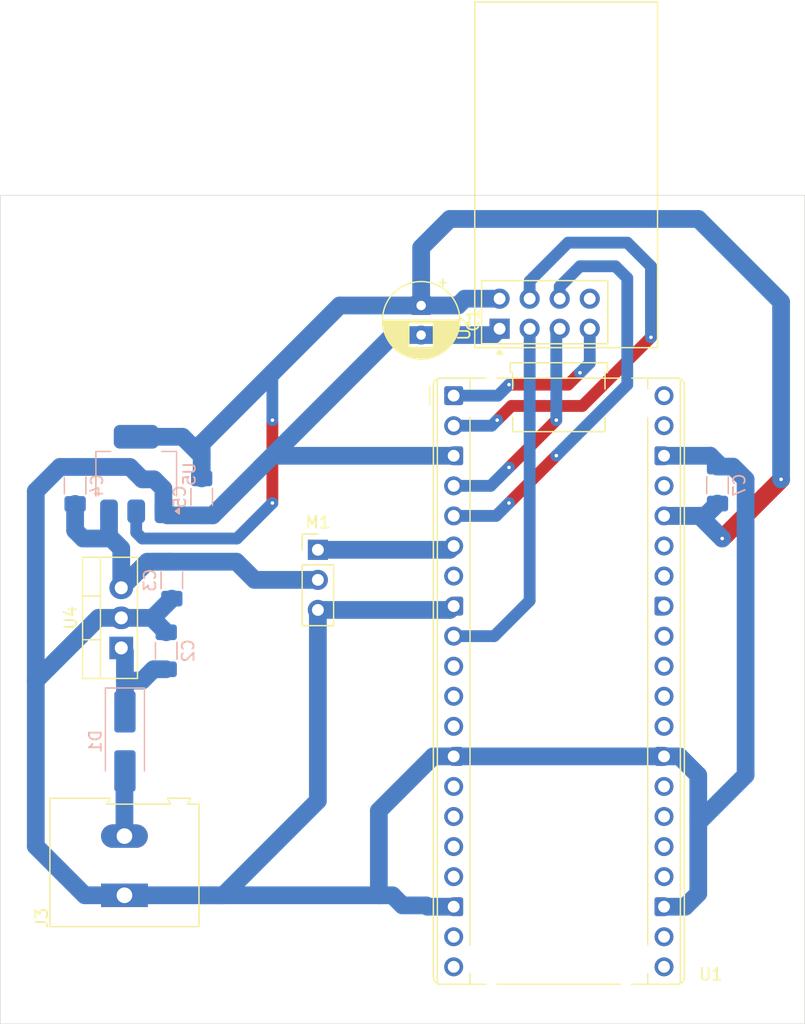
<source format=kicad_pcb>
(kicad_pcb (version 20240108) (generator "pcbnew") (generator_version "8.0")
  (layers (0 "F.Cu" signal) (31 "B.Cu" signal) (34 "B.Paste" user) (35 "F.Paste" user) (36 "B.SilkS" user "B.Silkscreen") (37 "F.SilkS" user "F.Silkscreen") (38 "B.Mask" user) (39 "F.Mask" user) (44 "Edge.Cuts" user))
  (net 0 "")
  (net 1 "+3.3V")
  (net 2 "GND")
  (net 3 "+5V")
  (net 4 "Net-(D1-K)")
  (net 5 "Net-(D1-A)")
  (net 6 "/PWM")
  (net 7 "/MISO")
  (net 8 "/SCK")
  (net 10 "/MOSI")
  (net 11 "/CE")
  (net 12 "/CSN")
  (footprint "Capacitor_THT:CP_Radial_D6.3mm_P2.50mm" (layer "F.Cu") (at 137.575 51.310241 -90)
    (property "Reference" "C1" (at 1.25 -4.4 90) (layer "F.SilkS"))
    (property "Value" "C_Polarized")
    (pad "1" thru_hole rect (at 0 0 270) (size 1.6 1.6) (drill 0.8) (layers "*.Cu" "*.Mask" "In1.Cu" "In2.Cu" "In3.Cu" "In4.Cu" "In5.Cu" "In6.Cu" "In7.Cu" "In8.Cu" "In9.Cu" "In10.Cu" "In11.Cu" "In12.Cu" "In13.Cu" "In14.Cu" "In15.Cu" "In16.Cu" "In17.Cu" "In18.Cu" "In19.Cu" "In20.Cu" "In21.Cu" "In22.Cu" "In23.Cu" "In24.Cu" "In25.Cu" "In26.Cu" "In27.Cu" "In28.Cu" "In29.Cu" "In30.Cu") (net 1 "+3.3V"))
    (pad "2" thru_hole circle (at 2.5 0 270) (size 1.6 1.6) (drill 0.8) (layers "*.Cu" "*.Mask" "In1.Cu" "In2.Cu" "In3.Cu" "In4.Cu" "In5.Cu" "In6.Cu" "In7.Cu" "In8.Cu" "In9.Cu" "In10.Cu" "In11.Cu" "In12.Cu" "In13.Cu" "In14.Cu" "In15.Cu" "In16.Cu" "In17.Cu" "In18.Cu" "In19.Cu" "In20.Cu" "In21.Cu" "In22.Cu" "In23.Cu" "In24.Cu" "In25.Cu" "In26.Cu" "In27.Cu" "In28.Cu" "In29.Cu" "In30.Cu") (net 2 "GND"))
  )
  (footprint "Connector_PinHeader_2.54mm:PinHeader_1x03_P2.54mm_Vertical" (layer "F.Cu") (at 128.845 71.955)
    (property "Reference" "M1" (at 0 -2.33 0) (layer "F.SilkS"))
    (property "Value" "Motor_Servo")
    (pad "1" thru_hole rect (at 0 0) (size 1.7 1.7) (drill 1) (layers "*.Cu" "*.Mask" "In1.Cu" "In2.Cu" "In3.Cu" "In4.Cu" "In5.Cu" "In6.Cu" "In7.Cu" "In8.Cu" "In9.Cu" "In10.Cu" "In11.Cu" "In12.Cu" "In13.Cu" "In14.Cu" "In15.Cu" "In16.Cu" "In17.Cu" "In18.Cu" "In19.Cu" "In20.Cu" "In21.Cu" "In22.Cu" "In23.Cu" "In24.Cu" "In25.Cu" "In26.Cu" "In27.Cu" "In28.Cu" "In29.Cu" "In30.Cu") (net 6 "/PWM"))
    (pad "2" thru_hole oval (at 0 2.54) (size 1.7 1.7) (drill 1) (layers "*.Cu" "*.Mask" "In1.Cu" "In2.Cu" "In3.Cu" "In4.Cu" "In5.Cu" "In6.Cu" "In7.Cu" "In8.Cu" "In9.Cu" "In10.Cu" "In11.Cu" "In12.Cu" "In13.Cu" "In14.Cu" "In15.Cu" "In16.Cu" "In17.Cu" "In18.Cu" "In19.Cu" "In20.Cu" "In21.Cu" "In22.Cu" "In23.Cu" "In24.Cu" "In25.Cu" "In26.Cu" "In27.Cu" "In28.Cu" "In29.Cu" "In30.Cu") (net 3 "+5V"))
    (pad "3" thru_hole oval (at 0 5.08) (size 1.7 1.7) (drill 1) (layers "*.Cu" "*.Mask" "In1.Cu" "In2.Cu" "In3.Cu" "In4.Cu" "In5.Cu" "In6.Cu" "In7.Cu" "In8.Cu" "In9.Cu" "In10.Cu" "In11.Cu" "In12.Cu" "In13.Cu" "In14.Cu" "In15.Cu" "In16.Cu" "In17.Cu" "In18.Cu" "In19.Cu" "In20.Cu" "In21.Cu" "In22.Cu" "In23.Cu" "In24.Cu" "In25.Cu" "In26.Cu" "In27.Cu" "In28.Cu" "In29.Cu" "In30.Cu") (net 2 "GND"))
  )
  (footprint "Package_TO_SOT_THT:TO-220-3_Vertical" (layer "F.Cu") (at 112.225 80.245 90)
    (property "Reference" "U4" (at 2.54 -4.27 90) (layer "F.SilkS"))
    (property "Value" "L7805")
    (pad "1" thru_hole rect (at 0 0 90) (size 1.905 2) (drill 1.1) (layers "*.Cu" "*.Mask" "In1.Cu" "In2.Cu" "In3.Cu" "In4.Cu" "In5.Cu" "In6.Cu" "In7.Cu" "In8.Cu" "In9.Cu" "In10.Cu" "In11.Cu" "In12.Cu" "In13.Cu" "In14.Cu" "In15.Cu" "In16.Cu" "In17.Cu" "In18.Cu" "In19.Cu" "In20.Cu" "In21.Cu" "In22.Cu" "In23.Cu" "In24.Cu" "In25.Cu" "In26.Cu" "In27.Cu" "In28.Cu" "In29.Cu" "In30.Cu") (net 4 "Net-(D1-K)"))
    (pad "2" thru_hole oval (at 2.54 0 90) (size 1.905 2) (drill 1.1) (layers "*.Cu" "*.Mask" "In1.Cu" "In2.Cu" "In3.Cu" "In4.Cu" "In5.Cu" "In6.Cu" "In7.Cu" "In8.Cu" "In9.Cu" "In10.Cu" "In11.Cu" "In12.Cu" "In13.Cu" "In14.Cu" "In15.Cu" "In16.Cu" "In17.Cu" "In18.Cu" "In19.Cu" "In20.Cu" "In21.Cu" "In22.Cu" "In23.Cu" "In24.Cu" "In25.Cu" "In26.Cu" "In27.Cu" "In28.Cu" "In29.Cu" "In30.Cu") (net 2 "GND"))
    (pad "3" thru_hole oval (at 5.08 0 90) (size 1.905 2) (drill 1.1) (layers "*.Cu" "*.Mask" "In1.Cu" "In2.Cu" "In3.Cu" "In4.Cu" "In5.Cu" "In6.Cu" "In7.Cu" "In8.Cu" "In9.Cu" "In10.Cu" "In11.Cu" "In12.Cu" "In13.Cu" "In14.Cu" "In15.Cu" "In16.Cu" "In17.Cu" "In18.Cu" "In19.Cu" "In20.Cu" "In21.Cu" "In22.Cu" "In23.Cu" "In24.Cu" "In25.Cu" "In26.Cu" "In27.Cu" "In28.Cu" "In29.Cu" "In30.Cu") (net 3 "+5V"))
  )
  (footprint "Module:RaspberryPi_Pico_Common_THT" (layer "F.Cu") (at 140.325 58.93)
    (property "Reference" "U1" (at 20.6375 48.895 0) (layer "F.SilkS") (effects (justify left)))
    (property "Value" "RASPBERRY_PI_PICO")
    (pad "1" thru_hole roundrect (at 0 0) (size 1.6 1.6) (drill 1) (layers "*.Cu" "*.Mask" "In1.Cu" "In2.Cu" "In3.Cu" "In4.Cu" "In5.Cu" "In6.Cu" "In7.Cu" "In8.Cu" "In9.Cu" "In10.Cu" "In11.Cu" "In12.Cu" "In13.Cu" "In14.Cu" "In15.Cu" "In16.Cu" "In17.Cu" "In18.Cu" "In19.Cu" "In20.Cu" "In21.Cu" "In22.Cu" "In23.Cu" "In24.Cu" "In25.Cu" "In26.Cu" "In27.Cu" "In28.Cu" "In29.Cu" "In30.Cu") (roundrect_rratio 0.125) (net 7 "/MISO"))
    (pad "2" thru_hole circle (at 0 2.54) (size 1.6 1.6) (drill 1) (layers "*.Cu" "*.Mask" "In1.Cu" "In2.Cu" "In3.Cu" "In4.Cu" "In5.Cu" "In6.Cu" "In7.Cu" "In8.Cu" "In9.Cu" "In10.Cu" "In11.Cu" "In12.Cu" "In13.Cu" "In14.Cu" "In15.Cu" "In16.Cu" "In17.Cu" "In18.Cu" "In19.Cu" "In20.Cu" "In21.Cu" "In22.Cu" "In23.Cu" "In24.Cu" "In25.Cu" "In26.Cu" "In27.Cu" "In28.Cu" "In29.Cu" "In30.Cu") (net 12 "/CSN"))
    (pad "3" thru_hole custom (at 0 5.08) (size 1.6 1.6) (drill 1) (layers "*.Cu" "*.Mask" "In1.Cu" "In2.Cu" "In3.Cu" "In4.Cu" "In5.Cu" "In6.Cu" "In7.Cu" "In8.Cu" "In9.Cu" "In10.Cu" "In11.Cu" "In12.Cu" "In13.Cu" "In14.Cu" "In15.Cu" "In16.Cu" "In17.Cu" "In18.Cu" "In19.Cu" "In20.Cu" "In21.Cu" "In22.Cu" "In23.Cu" "In24.Cu" "In25.Cu" "In26.Cu" "In27.Cu" "In28.Cu" "In29.Cu" "In30.Cu") (net 2 "GND") (options (clearance outline) (anchor circle)) (primitives (gr_poly (pts (xy 0.8 0.6) (xy 0.8 -0.6) (xy 0.6 -0.8) (xy 0 -0.8) (xy 0 0.8) (xy 0.6 0.8)) (width 0) (fill yes)) (gr_circle (center 0.6 0.6) (end 0.8 0.6) (width 0) (fill yes)) (gr_circle (center 0.6 -0.6) (end 0.8 -0.6) (width 0) (fill yes))))
    (pad "4" thru_hole circle (at 0 7.62) (size 1.6 1.6) (drill 1) (layers "*.Cu" "*.Mask" "In1.Cu" "In2.Cu" "In3.Cu" "In4.Cu" "In5.Cu" "In6.Cu" "In7.Cu" "In8.Cu" "In9.Cu" "In10.Cu" "In11.Cu" "In12.Cu" "In13.Cu" "In14.Cu" "In15.Cu" "In16.Cu" "In17.Cu" "In18.Cu" "In19.Cu" "In20.Cu" "In21.Cu" "In22.Cu" "In23.Cu" "In24.Cu" "In25.Cu" "In26.Cu" "In27.Cu" "In28.Cu" "In29.Cu" "In30.Cu") (net 8 "/SCK"))
    (pad "5" thru_hole circle (at 0 10.16) (size 1.6 1.6) (drill 1) (layers "*.Cu" "*.Mask" "In1.Cu" "In2.Cu" "In3.Cu" "In4.Cu" "In5.Cu" "In6.Cu" "In7.Cu" "In8.Cu" "In9.Cu" "In10.Cu" "In11.Cu" "In12.Cu" "In13.Cu" "In14.Cu" "In15.Cu" "In16.Cu" "In17.Cu" "In18.Cu" "In19.Cu" "In20.Cu" "In21.Cu" "In22.Cu" "In23.Cu" "In24.Cu" "In25.Cu" "In26.Cu" "In27.Cu" "In28.Cu" "In29.Cu" "In30.Cu") (net 10 "/MOSI"))
    (pad "6" thru_hole circle (at 0 12.7) (size 1.6 1.6) (drill 1) (layers "*.Cu" "*.Mask" "In1.Cu" "In2.Cu" "In3.Cu" "In4.Cu" "In5.Cu" "In6.Cu" "In7.Cu" "In8.Cu" "In9.Cu" "In10.Cu" "In11.Cu" "In12.Cu" "In13.Cu" "In14.Cu" "In15.Cu" "In16.Cu" "In17.Cu" "In18.Cu" "In19.Cu" "In20.Cu" "In21.Cu" "In22.Cu" "In23.Cu" "In24.Cu" "In25.Cu" "In26.Cu" "In27.Cu" "In28.Cu" "In29.Cu" "In30.Cu") (net 6 "/PWM"))
    (pad "7" thru_hole circle (at 0 15.24) (size 1.6 1.6) (drill 1) (layers "*.Cu" "*.Mask" "In1.Cu" "In2.Cu" "In3.Cu" "In4.Cu" "In5.Cu" "In6.Cu" "In7.Cu" "In8.Cu" "In9.Cu" "In10.Cu" "In11.Cu" "In12.Cu" "In13.Cu" "In14.Cu" "In15.Cu" "In16.Cu" "In17.Cu" "In18.Cu" "In19.Cu" "In20.Cu" "In21.Cu" "In22.Cu" "In23.Cu" "In24.Cu" "In25.Cu" "In26.Cu" "In27.Cu" "In28.Cu" "In29.Cu" "In30.Cu"))
    (pad "8" thru_hole custom (at 0 17.78) (size 1.6 1.6) (drill 1) (layers "*.Cu" "*.Mask" "In1.Cu" "In2.Cu" "In3.Cu" "In4.Cu" "In5.Cu" "In6.Cu" "In7.Cu" "In8.Cu" "In9.Cu" "In10.Cu" "In11.Cu" "In12.Cu" "In13.Cu" "In14.Cu" "In15.Cu" "In16.Cu" "In17.Cu" "In18.Cu" "In19.Cu" "In20.Cu" "In21.Cu" "In22.Cu" "In23.Cu" "In24.Cu" "In25.Cu" "In26.Cu" "In27.Cu" "In28.Cu" "In29.Cu" "In30.Cu") (net 2 "GND") (options (clearance outline) (anchor circle)) (primitives (gr_poly (pts (xy 0.8 0.6) (xy 0.8 -0.6) (xy 0.6 -0.8) (xy 0 -0.8) (xy 0 0.8) (xy 0.6 0.8)) (width 0) (fill yes)) (gr_circle (center 0.6 0.6) (end 0.8 0.6) (width 0) (fill yes)) (gr_circle (center 0.6 -0.6) (end 0.8 -0.6) (width 0) (fill yes))))
    (pad "9" thru_hole circle (at 0 20.32) (size 1.6 1.6) (drill 1) (layers "*.Cu" "*.Mask" "In1.Cu" "In2.Cu" "In3.Cu" "In4.Cu" "In5.Cu" "In6.Cu" "In7.Cu" "In8.Cu" "In9.Cu" "In10.Cu" "In11.Cu" "In12.Cu" "In13.Cu" "In14.Cu" "In15.Cu" "In16.Cu" "In17.Cu" "In18.Cu" "In19.Cu" "In20.Cu" "In21.Cu" "In22.Cu" "In23.Cu" "In24.Cu" "In25.Cu" "In26.Cu" "In27.Cu" "In28.Cu" "In29.Cu" "In30.Cu") (net 11 "/CE"))
    (pad "10" thru_hole circle (at 0 22.86) (size 1.6 1.6) (drill 1) (layers "*.Cu" "*.Mask" "In1.Cu" "In2.Cu" "In3.Cu" "In4.Cu" "In5.Cu" "In6.Cu" "In7.Cu" "In8.Cu" "In9.Cu" "In10.Cu" "In11.Cu" "In12.Cu" "In13.Cu" "In14.Cu" "In15.Cu" "In16.Cu" "In17.Cu" "In18.Cu" "In19.Cu" "In20.Cu" "In21.Cu" "In22.Cu" "In23.Cu" "In24.Cu" "In25.Cu" "In26.Cu" "In27.Cu" "In28.Cu" "In29.Cu" "In30.Cu"))
    (pad "11" thru_hole circle (at 0 25.4) (size 1.6 1.6) (drill 1) (layers "*.Cu" "*.Mask" "In1.Cu" "In2.Cu" "In3.Cu" "In4.Cu" "In5.Cu" "In6.Cu" "In7.Cu" "In8.Cu" "In9.Cu" "In10.Cu" "In11.Cu" "In12.Cu" "In13.Cu" "In14.Cu" "In15.Cu" "In16.Cu" "In17.Cu" "In18.Cu" "In19.Cu" "In20.Cu" "In21.Cu" "In22.Cu" "In23.Cu" "In24.Cu" "In25.Cu" "In26.Cu" "In27.Cu" "In28.Cu" "In29.Cu" "In30.Cu"))
    (pad "12" thru_hole circle (at 0 27.94) (size 1.6 1.6) (drill 1) (layers "*.Cu" "*.Mask" "In1.Cu" "In2.Cu" "In3.Cu" "In4.Cu" "In5.Cu" "In6.Cu" "In7.Cu" "In8.Cu" "In9.Cu" "In10.Cu" "In11.Cu" "In12.Cu" "In13.Cu" "In14.Cu" "In15.Cu" "In16.Cu" "In17.Cu" "In18.Cu" "In19.Cu" "In20.Cu" "In21.Cu" "In22.Cu" "In23.Cu" "In24.Cu" "In25.Cu" "In26.Cu" "In27.Cu" "In28.Cu" "In29.Cu" "In30.Cu"))
    (pad "13" thru_hole custom (at 0 30.48) (size 1.6 1.6) (drill 1) (layers "*.Cu" "*.Mask" "In1.Cu" "In2.Cu" "In3.Cu" "In4.Cu" "In5.Cu" "In6.Cu" "In7.Cu" "In8.Cu" "In9.Cu" "In10.Cu" "In11.Cu" "In12.Cu" "In13.Cu" "In14.Cu" "In15.Cu" "In16.Cu" "In17.Cu" "In18.Cu" "In19.Cu" "In20.Cu" "In21.Cu" "In22.Cu" "In23.Cu" "In24.Cu" "In25.Cu" "In26.Cu" "In27.Cu" "In28.Cu" "In29.Cu" "In30.Cu") (net 2 "GND") (options (clearance outline) (anchor circle)) (primitives (gr_poly (pts (xy 0.8 0.6) (xy 0.8 -0.6) (xy 0.6 -0.8) (xy 0 -0.8) (xy 0 0.8) (xy 0.6 0.8)) (width 0) (fill yes)) (gr_circle (center 0.6 0.6) (end 0.8 0.6) (width 0) (fill yes)) (gr_circle (center 0.6 -0.6) (end 0.8 -0.6) (width 0) (fill yes))))
    (pad "14" thru_hole circle (at 0 33.02) (size 1.6 1.6) (drill 1) (layers "*.Cu" "*.Mask" "In1.Cu" "In2.Cu" "In3.Cu" "In4.Cu" "In5.Cu" "In6.Cu" "In7.Cu" "In8.Cu" "In9.Cu" "In10.Cu" "In11.Cu" "In12.Cu" "In13.Cu" "In14.Cu" "In15.Cu" "In16.Cu" "In17.Cu" "In18.Cu" "In19.Cu" "In20.Cu" "In21.Cu" "In22.Cu" "In23.Cu" "In24.Cu" "In25.Cu" "In26.Cu" "In27.Cu" "In28.Cu" "In29.Cu" "In30.Cu"))
    (pad "15" thru_hole circle (at 0 35.56) (size 1.6 1.6) (drill 1) (layers "*.Cu" "*.Mask" "In1.Cu" "In2.Cu" "In3.Cu" "In4.Cu" "In5.Cu" "In6.Cu" "In7.Cu" "In8.Cu" "In9.Cu" "In10.Cu" "In11.Cu" "In12.Cu" "In13.Cu" "In14.Cu" "In15.Cu" "In16.Cu" "In17.Cu" "In18.Cu" "In19.Cu" "In20.Cu" "In21.Cu" "In22.Cu" "In23.Cu" "In24.Cu" "In25.Cu" "In26.Cu" "In27.Cu" "In28.Cu" "In29.Cu" "In30.Cu"))
    (pad "16" thru_hole circle (at 0 38.1) (size 1.6 1.6) (drill 1) (layers "*.Cu" "*.Mask" "In1.Cu" "In2.Cu" "In3.Cu" "In4.Cu" "In5.Cu" "In6.Cu" "In7.Cu" "In8.Cu" "In9.Cu" "In10.Cu" "In11.Cu" "In12.Cu" "In13.Cu" "In14.Cu" "In15.Cu" "In16.Cu" "In17.Cu" "In18.Cu" "In19.Cu" "In20.Cu" "In21.Cu" "In22.Cu" "In23.Cu" "In24.Cu" "In25.Cu" "In26.Cu" "In27.Cu" "In28.Cu" "In29.Cu" "In30.Cu"))
    (pad "17" thru_hole circle (at 0 40.64) (size 1.6 1.6) (drill 1) (layers "*.Cu" "*.Mask" "In1.Cu" "In2.Cu" "In3.Cu" "In4.Cu" "In5.Cu" "In6.Cu" "In7.Cu" "In8.Cu" "In9.Cu" "In10.Cu" "In11.Cu" "In12.Cu" "In13.Cu" "In14.Cu" "In15.Cu" "In16.Cu" "In17.Cu" "In18.Cu" "In19.Cu" "In20.Cu" "In21.Cu" "In22.Cu" "In23.Cu" "In24.Cu" "In25.Cu" "In26.Cu" "In27.Cu" "In28.Cu" "In29.Cu" "In30.Cu"))
    (pad "18" thru_hole custom (at 0 43.18) (size 1.6 1.6) (drill 1) (layers "*.Cu" "*.Mask" "In1.Cu" "In2.Cu" "In3.Cu" "In4.Cu" "In5.Cu" "In6.Cu" "In7.Cu" "In8.Cu" "In9.Cu" "In10.Cu" "In11.Cu" "In12.Cu" "In13.Cu" "In14.Cu" "In15.Cu" "In16.Cu" "In17.Cu" "In18.Cu" "In19.Cu" "In20.Cu" "In21.Cu" "In22.Cu" "In23.Cu" "In24.Cu" "In25.Cu" "In26.Cu" "In27.Cu" "In28.Cu" "In29.Cu" "In30.Cu") (net 2 "GND") (options (clearance outline) (anchor circle)) (primitives (gr_poly (pts (xy 0.8 0.6) (xy 0.8 -0.6) (xy 0.6 -0.8) (xy 0 -0.8) (xy 0 0.8) (xy 0.6 0.8)) (width 0) (fill yes)) (gr_circle (center 0.6 0.6) (end 0.8 0.6) (width 0) (fill yes)) (gr_circle (center 0.6 -0.6) (end 0.8 -0.6) (width 0) (fill yes))))
    (pad "19" thru_hole circle (at 0 45.72) (size 1.6 1.6) (drill 1) (layers "*.Cu" "*.Mask" "In1.Cu" "In2.Cu" "In3.Cu" "In4.Cu" "In5.Cu" "In6.Cu" "In7.Cu" "In8.Cu" "In9.Cu" "In10.Cu" "In11.Cu" "In12.Cu" "In13.Cu" "In14.Cu" "In15.Cu" "In16.Cu" "In17.Cu" "In18.Cu" "In19.Cu" "In20.Cu" "In21.Cu" "In22.Cu" "In23.Cu" "In24.Cu" "In25.Cu" "In26.Cu" "In27.Cu" "In28.Cu" "In29.Cu" "In30.Cu"))
    (pad "20" thru_hole circle (at 0 48.26) (size 1.6 1.6) (drill 1) (layers "*.Cu" "*.Mask" "In1.Cu" "In2.Cu" "In3.Cu" "In4.Cu" "In5.Cu" "In6.Cu" "In7.Cu" "In8.Cu" "In9.Cu" "In10.Cu" "In11.Cu" "In12.Cu" "In13.Cu" "In14.Cu" "In15.Cu" "In16.Cu" "In17.Cu" "In18.Cu" "In19.Cu" "In20.Cu" "In21.Cu" "In22.Cu" "In23.Cu" "In24.Cu" "In25.Cu" "In26.Cu" "In27.Cu" "In28.Cu" "In29.Cu" "In30.Cu"))
    (pad "21" thru_hole circle (at 17.78 48.26) (size 1.6 1.6) (drill 1) (layers "*.Cu" "*.Mask" "In1.Cu" "In2.Cu" "In3.Cu" "In4.Cu" "In5.Cu" "In6.Cu" "In7.Cu" "In8.Cu" "In9.Cu" "In10.Cu" "In11.Cu" "In12.Cu" "In13.Cu" "In14.Cu" "In15.Cu" "In16.Cu" "In17.Cu" "In18.Cu" "In19.Cu" "In20.Cu" "In21.Cu" "In22.Cu" "In23.Cu" "In24.Cu" "In25.Cu" "In26.Cu" "In27.Cu" "In28.Cu" "In29.Cu" "In30.Cu"))
    (pad "22" thru_hole circle (at 17.78 45.72) (size 1.6 1.6) (drill 1) (layers "*.Cu" "*.Mask" "In1.Cu" "In2.Cu" "In3.Cu" "In4.Cu" "In5.Cu" "In6.Cu" "In7.Cu" "In8.Cu" "In9.Cu" "In10.Cu" "In11.Cu" "In12.Cu" "In13.Cu" "In14.Cu" "In15.Cu" "In16.Cu" "In17.Cu" "In18.Cu" "In19.Cu" "In20.Cu" "In21.Cu" "In22.Cu" "In23.Cu" "In24.Cu" "In25.Cu" "In26.Cu" "In27.Cu" "In28.Cu" "In29.Cu" "In30.Cu"))
    (pad "23" thru_hole custom (at 17.78 43.18) (size 1.6 1.6) (drill 1) (layers "*.Cu" "*.Mask" "In1.Cu" "In2.Cu" "In3.Cu" "In4.Cu" "In5.Cu" "In6.Cu" "In7.Cu" "In8.Cu" "In9.Cu" "In10.Cu" "In11.Cu" "In12.Cu" "In13.Cu" "In14.Cu" "In15.Cu" "In16.Cu" "In17.Cu" "In18.Cu" "In19.Cu" "In20.Cu" "In21.Cu" "In22.Cu" "In23.Cu" "In24.Cu" "In25.Cu" "In26.Cu" "In27.Cu" "In28.Cu" "In29.Cu" "In30.Cu") (net 2 "GND") (options (clearance outline) (anchor circle)) (primitives (gr_poly (pts (xy -0.8 0.6) (xy -0.8 -0.6) (xy -0.6 -0.8) (xy 0 -0.8) (xy 0 0.8) (xy -0.6 0.8)) (width 0) (fill yes)) (gr_circle (center -0.6 0.6) (end -0.4 0.6) (width 0) (fill yes)) (gr_circle (center -0.6 -0.6) (end -0.4 -0.6) (width 0) (fill yes))))
    (pad "24" thru_hole circle (at 17.78 40.64) (size 1.6 1.6) (drill 1) (layers "*.Cu" "*.Mask" "In1.Cu" "In2.Cu" "In3.Cu" "In4.Cu" "In5.Cu" "In6.Cu" "In7.Cu" "In8.Cu" "In9.Cu" "In10.Cu" "In11.Cu" "In12.Cu" "In13.Cu" "In14.Cu" "In15.Cu" "In16.Cu" "In17.Cu" "In18.Cu" "In19.Cu" "In20.Cu" "In21.Cu" "In22.Cu" "In23.Cu" "In24.Cu" "In25.Cu" "In26.Cu" "In27.Cu" "In28.Cu" "In29.Cu" "In30.Cu"))
    (pad "25" thru_hole circle (at 17.78 38.1) (size 1.6 1.6) (drill 1) (layers "*.Cu" "*.Mask" "In1.Cu" "In2.Cu" "In3.Cu" "In4.Cu" "In5.Cu" "In6.Cu" "In7.Cu" "In8.Cu" "In9.Cu" "In10.Cu" "In11.Cu" "In12.Cu" "In13.Cu" "In14.Cu" "In15.Cu" "In16.Cu" "In17.Cu" "In18.Cu" "In19.Cu" "In20.Cu" "In21.Cu" "In22.Cu" "In23.Cu" "In24.Cu" "In25.Cu" "In26.Cu" "In27.Cu" "In28.Cu" "In29.Cu" "In30.Cu"))
    (pad "26" thru_hole circle (at 17.78 35.56) (size 1.6 1.6) (drill 1) (layers "*.Cu" "*.Mask" "In1.Cu" "In2.Cu" "In3.Cu" "In4.Cu" "In5.Cu" "In6.Cu" "In7.Cu" "In8.Cu" "In9.Cu" "In10.Cu" "In11.Cu" "In12.Cu" "In13.Cu" "In14.Cu" "In15.Cu" "In16.Cu" "In17.Cu" "In18.Cu" "In19.Cu" "In20.Cu" "In21.Cu" "In22.Cu" "In23.Cu" "In24.Cu" "In25.Cu" "In26.Cu" "In27.Cu" "In28.Cu" "In29.Cu" "In30.Cu"))
    (pad "27" thru_hole circle (at 17.78 33.02) (size 1.6 1.6) (drill 1) (layers "*.Cu" "*.Mask" "In1.Cu" "In2.Cu" "In3.Cu" "In4.Cu" "In5.Cu" "In6.Cu" "In7.Cu" "In8.Cu" "In9.Cu" "In10.Cu" "In11.Cu" "In12.Cu" "In13.Cu" "In14.Cu" "In15.Cu" "In16.Cu" "In17.Cu" "In18.Cu" "In19.Cu" "In20.Cu" "In21.Cu" "In22.Cu" "In23.Cu" "In24.Cu" "In25.Cu" "In26.Cu" "In27.Cu" "In28.Cu" "In29.Cu" "In30.Cu"))
    (pad "28" thru_hole custom (at 17.78 30.48) (size 1.6 1.6) (drill 1) (layers "*.Cu" "*.Mask" "In1.Cu" "In2.Cu" "In3.Cu" "In4.Cu" "In5.Cu" "In6.Cu" "In7.Cu" "In8.Cu" "In9.Cu" "In10.Cu" "In11.Cu" "In12.Cu" "In13.Cu" "In14.Cu" "In15.Cu" "In16.Cu" "In17.Cu" "In18.Cu" "In19.Cu" "In20.Cu" "In21.Cu" "In22.Cu" "In23.Cu" "In24.Cu" "In25.Cu" "In26.Cu" "In27.Cu" "In28.Cu" "In29.Cu" "In30.Cu") (net 2 "GND") (options (clearance outline) (anchor circle)) (primitives (gr_poly (pts (xy -0.8 0.6) (xy -0.8 -0.6) (xy -0.6 -0.8) (xy 0 -0.8) (xy 0 0.8) (xy -0.6 0.8)) (width 0) (fill yes)) (gr_circle (center -0.6 0.6) (end -0.4 0.6) (width 0) (fill yes)) (gr_circle (center -0.6 -0.6) (end -0.4 -0.6) (width 0) (fill yes))))
    (pad "29" thru_hole circle (at 17.78 27.94) (size 1.6 1.6) (drill 1) (layers "*.Cu" "*.Mask" "In1.Cu" "In2.Cu" "In3.Cu" "In4.Cu" "In5.Cu" "In6.Cu" "In7.Cu" "In8.Cu" "In9.Cu" "In10.Cu" "In11.Cu" "In12.Cu" "In13.Cu" "In14.Cu" "In15.Cu" "In16.Cu" "In17.Cu" "In18.Cu" "In19.Cu" "In20.Cu" "In21.Cu" "In22.Cu" "In23.Cu" "In24.Cu" "In25.Cu" "In26.Cu" "In27.Cu" "In28.Cu" "In29.Cu" "In30.Cu"))
    (pad "30" thru_hole circle (at 17.78 25.4) (size 1.6 1.6) (drill 1) (layers "*.Cu" "*.Mask" "In1.Cu" "In2.Cu" "In3.Cu" "In4.Cu" "In5.Cu" "In6.Cu" "In7.Cu" "In8.Cu" "In9.Cu" "In10.Cu" "In11.Cu" "In12.Cu" "In13.Cu" "In14.Cu" "In15.Cu" "In16.Cu" "In17.Cu" "In18.Cu" "In19.Cu" "In20.Cu" "In21.Cu" "In22.Cu" "In23.Cu" "In24.Cu" "In25.Cu" "In26.Cu" "In27.Cu" "In28.Cu" "In29.Cu" "In30.Cu"))
    (pad "31" thru_hole circle (at 17.78 22.86) (size 1.6 1.6) (drill 1) (layers "*.Cu" "*.Mask" "In1.Cu" "In2.Cu" "In3.Cu" "In4.Cu" "In5.Cu" "In6.Cu" "In7.Cu" "In8.Cu" "In9.Cu" "In10.Cu" "In11.Cu" "In12.Cu" "In13.Cu" "In14.Cu" "In15.Cu" "In16.Cu" "In17.Cu" "In18.Cu" "In19.Cu" "In20.Cu" "In21.Cu" "In22.Cu" "In23.Cu" "In24.Cu" "In25.Cu" "In26.Cu" "In27.Cu" "In28.Cu" "In29.Cu" "In30.Cu"))
    (pad "32" thru_hole circle (at 17.78 20.32) (size 1.6 1.6) (drill 1) (layers "*.Cu" "*.Mask" "In1.Cu" "In2.Cu" "In3.Cu" "In4.Cu" "In5.Cu" "In6.Cu" "In7.Cu" "In8.Cu" "In9.Cu" "In10.Cu" "In11.Cu" "In12.Cu" "In13.Cu" "In14.Cu" "In15.Cu" "In16.Cu" "In17.Cu" "In18.Cu" "In19.Cu" "In20.Cu" "In21.Cu" "In22.Cu" "In23.Cu" "In24.Cu" "In25.Cu" "In26.Cu" "In27.Cu" "In28.Cu" "In29.Cu" "In30.Cu"))
    (pad "33" thru_hole custom (at 17.78 17.78) (size 1.6 1.6) (drill 1) (layers "*.Cu" "*.Mask" "In1.Cu" "In2.Cu" "In3.Cu" "In4.Cu" "In5.Cu" "In6.Cu" "In7.Cu" "In8.Cu" "In9.Cu" "In10.Cu" "In11.Cu" "In12.Cu" "In13.Cu" "In14.Cu" "In15.Cu" "In16.Cu" "In17.Cu" "In18.Cu" "In19.Cu" "In20.Cu" "In21.Cu" "In22.Cu" "In23.Cu" "In24.Cu" "In25.Cu" "In26.Cu" "In27.Cu" "In28.Cu" "In29.Cu" "In30.Cu") (options (clearance outline) (anchor circle)) (primitives (gr_poly (pts (xy -0.8 0.6) (xy -0.8 -0.6) (xy -0.6 -0.8) (xy 0 -0.8) (xy 0 0.8) (xy -0.6 0.8)) (width 0) (fill yes)) (gr_circle (center -0.6 0.6) (end -0.4 0.6) (width 0) (fill yes)) (gr_circle (center -0.6 -0.6) (end -0.4 -0.6) (width 0) (fill yes))))
    (pad "34" thru_hole circle (at 17.78 15.24) (size 1.6 1.6) (drill 1) (layers "*.Cu" "*.Mask" "In1.Cu" "In2.Cu" "In3.Cu" "In4.Cu" "In5.Cu" "In6.Cu" "In7.Cu" "In8.Cu" "In9.Cu" "In10.Cu" "In11.Cu" "In12.Cu" "In13.Cu" "In14.Cu" "In15.Cu" "In16.Cu" "In17.Cu" "In18.Cu" "In19.Cu" "In20.Cu" "In21.Cu" "In22.Cu" "In23.Cu" "In24.Cu" "In25.Cu" "In26.Cu" "In27.Cu" "In28.Cu" "In29.Cu" "In30.Cu"))
    (pad "35" thru_hole circle (at 17.78 12.7) (size 1.6 1.6) (drill 1) (layers "*.Cu" "*.Mask" "In1.Cu" "In2.Cu" "In3.Cu" "In4.Cu" "In5.Cu" "In6.Cu" "In7.Cu" "In8.Cu" "In9.Cu" "In10.Cu" "In11.Cu" "In12.Cu" "In13.Cu" "In14.Cu" "In15.Cu" "In16.Cu" "In17.Cu" "In18.Cu" "In19.Cu" "In20.Cu" "In21.Cu" "In22.Cu" "In23.Cu" "In24.Cu" "In25.Cu" "In26.Cu" "In27.Cu" "In28.Cu" "In29.Cu" "In30.Cu"))
    (pad "36" thru_hole circle (at 17.78 10.16) (size 1.6 1.6) (drill 1) (layers "*.Cu" "*.Mask" "In1.Cu" "In2.Cu" "In3.Cu" "In4.Cu" "In5.Cu" "In6.Cu" "In7.Cu" "In8.Cu" "In9.Cu" "In10.Cu" "In11.Cu" "In12.Cu" "In13.Cu" "In14.Cu" "In15.Cu" "In16.Cu" "In17.Cu" "In18.Cu" "In19.Cu" "In20.Cu" "In21.Cu" "In22.Cu" "In23.Cu" "In24.Cu" "In25.Cu" "In26.Cu" "In27.Cu" "In28.Cu" "In29.Cu" "In30.Cu") (net 1 "+3.3V"))
    (pad "37" thru_hole circle (at 17.78 7.62) (size 1.6 1.6) (drill 1) (layers "*.Cu" "*.Mask" "In1.Cu" "In2.Cu" "In3.Cu" "In4.Cu" "In5.Cu" "In6.Cu" "In7.Cu" "In8.Cu" "In9.Cu" "In10.Cu" "In11.Cu" "In12.Cu" "In13.Cu" "In14.Cu" "In15.Cu" "In16.Cu" "In17.Cu" "In18.Cu" "In19.Cu" "In20.Cu" "In21.Cu" "In22.Cu" "In23.Cu" "In24.Cu" "In25.Cu" "In26.Cu" "In27.Cu" "In28.Cu" "In29.Cu" "In30.Cu"))
    (pad "38" thru_hole custom (at 17.78 5.08) (size 1.6 1.6) (drill 1) (layers "*.Cu" "*.Mask" "In1.Cu" "In2.Cu" "In3.Cu" "In4.Cu" "In5.Cu" "In6.Cu" "In7.Cu" "In8.Cu" "In9.Cu" "In10.Cu" "In11.Cu" "In12.Cu" "In13.Cu" "In14.Cu" "In15.Cu" "In16.Cu" "In17.Cu" "In18.Cu" "In19.Cu" "In20.Cu" "In21.Cu" "In22.Cu" "In23.Cu" "In24.Cu" "In25.Cu" "In26.Cu" "In27.Cu" "In28.Cu" "In29.Cu" "In30.Cu") (net 2 "GND") (options (clearance outline) (anchor circle)) (primitives (gr_poly (pts (xy -0.8 0.6) (xy -0.8 -0.6) (xy -0.6 -0.8) (xy 0 -0.8) (xy 0 0.8) (xy -0.6 0.8)) (width 0) (fill yes)) (gr_circle (center -0.6 0.6) (end -0.4 0.6) (width 0) (fill yes)) (gr_circle (center -0.6 -0.6) (end -0.4 -0.6) (width 0) (fill yes))))
    (pad "39" thru_hole circle (at 17.78 2.54) (size 1.6 1.6) (drill 1) (layers "*.Cu" "*.Mask" "In1.Cu" "In2.Cu" "In3.Cu" "In4.Cu" "In5.Cu" "In6.Cu" "In7.Cu" "In8.Cu" "In9.Cu" "In10.Cu" "In11.Cu" "In12.Cu" "In13.Cu" "In14.Cu" "In15.Cu" "In16.Cu" "In17.Cu" "In18.Cu" "In19.Cu" "In20.Cu" "In21.Cu" "In22.Cu" "In23.Cu" "In24.Cu" "In25.Cu" "In26.Cu" "In27.Cu" "In28.Cu" "In29.Cu" "In30.Cu"))
    (pad "40" thru_hole circle (at 17.78 0) (size 1.6 1.6) (drill 1) (layers "*.Cu" "*.Mask" "In1.Cu" "In2.Cu" "In3.Cu" "In4.Cu" "In5.Cu" "In6.Cu" "In7.Cu" "In8.Cu" "In9.Cu" "In10.Cu" "In11.Cu" "In12.Cu" "In13.Cu" "In14.Cu" "In15.Cu" "In16.Cu" "In17.Cu" "In18.Cu" "In19.Cu" "In20.Cu" "In21.Cu" "In22.Cu" "In23.Cu" "In24.Cu" "In25.Cu" "In26.Cu" "In27.Cu" "In28.Cu" "In29.Cu" "In30.Cu"))
  )
  (footprint "TerminalBlock:TerminalBlock_Altech_AK300-2_P5.00mm" (layer "F.Cu") (at 112.495 101.145 90)
    (property "Reference" "J3" (at -1.92 -6.99 90) (layer "F.SilkS"))
    (property "Value" "Screw_Terminal_01x02")
    (pad "1" thru_hole rect (at 0 0 90) (size 1.98 3.96) (drill 1.32) (layers "*.Cu" "*.Mask" "In1.Cu" "In2.Cu" "In3.Cu" "In4.Cu" "In5.Cu" "In6.Cu" "In7.Cu" "In8.Cu" "In9.Cu" "In10.Cu" "In11.Cu" "In12.Cu" "In13.Cu" "In14.Cu" "In15.Cu" "In16.Cu" "In17.Cu" "In18.Cu" "In19.Cu" "In20.Cu" "In21.Cu" "In22.Cu" "In23.Cu" "In24.Cu" "In25.Cu" "In26.Cu" "In27.Cu" "In28.Cu" "In29.Cu" "In30.Cu") (net 2 "GND"))
    (pad "2" thru_hole oval (at 5 0 90) (size 1.98 3.96) (drill 1.32) (layers "*.Cu" "*.Mask" "In1.Cu" "In2.Cu" "In3.Cu" "In4.Cu" "In5.Cu" "In6.Cu" "In7.Cu" "In8.Cu" "In9.Cu" "In10.Cu" "In11.Cu" "In12.Cu" "In13.Cu" "In14.Cu" "In15.Cu" "In16.Cu" "In17.Cu" "In18.Cu" "In19.Cu" "In20.Cu" "In21.Cu" "In22.Cu" "In23.Cu" "In24.Cu" "In25.Cu" "In26.Cu" "In27.Cu" "In28.Cu" "In29.Cu" "In30.Cu") (net 5 "Net-(D1-A)"))
  )
  (footprint "RF_Module:nRF24L01_Breakout" (layer "F.Cu") (at 144.206 53.275 90)
    (property "Reference" "U2" (at 0 -3 90) (layer "F.SilkS"))
    (property "Value" "NRF24L01_Breakout")
    (pad "1" thru_hole rect (at 0 0 90) (size 1.7 1.7) (drill 1) (layers "*.Cu" "*.Mask" "In1.Cu" "In2.Cu" "In3.Cu" "In4.Cu" "In5.Cu" "In6.Cu" "In7.Cu" "In8.Cu" "In9.Cu" "In10.Cu" "In11.Cu" "In12.Cu" "In13.Cu" "In14.Cu" "In15.Cu" "In16.Cu" "In17.Cu" "In18.Cu" "In19.Cu" "In20.Cu" "In21.Cu" "In22.Cu" "In23.Cu" "In24.Cu" "In25.Cu" "In26.Cu" "In27.Cu" "In28.Cu" "In29.Cu" "In30.Cu") (net 2 "GND"))
    (pad "2" thru_hole circle (at 2.54 0 90) (size 1.7 1.7) (drill 1) (layers "*.Cu" "*.Mask" "In1.Cu" "In2.Cu" "In3.Cu" "In4.Cu" "In5.Cu" "In6.Cu" "In7.Cu" "In8.Cu" "In9.Cu" "In10.Cu" "In11.Cu" "In12.Cu" "In13.Cu" "In14.Cu" "In15.Cu" "In16.Cu" "In17.Cu" "In18.Cu" "In19.Cu" "In20.Cu" "In21.Cu" "In22.Cu" "In23.Cu" "In24.Cu" "In25.Cu" "In26.Cu" "In27.Cu" "In28.Cu" "In29.Cu" "In30.Cu") (net 1 "+3.3V"))
    (pad "3" thru_hole circle (at 0 2.54 90) (size 1.7 1.7) (drill 1) (layers "*.Cu" "*.Mask" "In1.Cu" "In2.Cu" "In3.Cu" "In4.Cu" "In5.Cu" "In6.Cu" "In7.Cu" "In8.Cu" "In9.Cu" "In10.Cu" "In11.Cu" "In12.Cu" "In13.Cu" "In14.Cu" "In15.Cu" "In16.Cu" "In17.Cu" "In18.Cu" "In19.Cu" "In20.Cu" "In21.Cu" "In22.Cu" "In23.Cu" "In24.Cu" "In25.Cu" "In26.Cu" "In27.Cu" "In28.Cu" "In29.Cu" "In30.Cu") (net 11 "/CE"))
    (pad "4" thru_hole circle (at 2.54 2.54 90) (size 1.7 1.7) (drill 1) (layers "*.Cu" "*.Mask" "In1.Cu" "In2.Cu" "In3.Cu" "In4.Cu" "In5.Cu" "In6.Cu" "In7.Cu" "In8.Cu" "In9.Cu" "In10.Cu" "In11.Cu" "In12.Cu" "In13.Cu" "In14.Cu" "In15.Cu" "In16.Cu" "In17.Cu" "In18.Cu" "In19.Cu" "In20.Cu" "In21.Cu" "In22.Cu" "In23.Cu" "In24.Cu" "In25.Cu" "In26.Cu" "In27.Cu" "In28.Cu" "In29.Cu" "In30.Cu") (net 12 "/CSN"))
    (pad "5" thru_hole circle (at 0 5.08 90) (size 1.7 1.7) (drill 1) (layers "*.Cu" "*.Mask" "In1.Cu" "In2.Cu" "In3.Cu" "In4.Cu" "In5.Cu" "In6.Cu" "In7.Cu" "In8.Cu" "In9.Cu" "In10.Cu" "In11.Cu" "In12.Cu" "In13.Cu" "In14.Cu" "In15.Cu" "In16.Cu" "In17.Cu" "In18.Cu" "In19.Cu" "In20.Cu" "In21.Cu" "In22.Cu" "In23.Cu" "In24.Cu" "In25.Cu" "In26.Cu" "In27.Cu" "In28.Cu" "In29.Cu" "In30.Cu") (net 8 "/SCK"))
    (pad "6" thru_hole circle (at 2.54 5.08 90) (size 1.7 1.7) (drill 1) (layers "*.Cu" "*.Mask" "In1.Cu" "In2.Cu" "In3.Cu" "In4.Cu" "In5.Cu" "In6.Cu" "In7.Cu" "In8.Cu" "In9.Cu" "In10.Cu" "In11.Cu" "In12.Cu" "In13.Cu" "In14.Cu" "In15.Cu" "In16.Cu" "In17.Cu" "In18.Cu" "In19.Cu" "In20.Cu" "In21.Cu" "In22.Cu" "In23.Cu" "In24.Cu" "In25.Cu" "In26.Cu" "In27.Cu" "In28.Cu" "In29.Cu" "In30.Cu") (net 10 "/MOSI"))
    (pad "7" thru_hole circle (at 0 7.62 90) (size 1.7 1.7) (drill 1) (layers "*.Cu" "*.Mask" "In1.Cu" "In2.Cu" "In3.Cu" "In4.Cu" "In5.Cu" "In6.Cu" "In7.Cu" "In8.Cu" "In9.Cu" "In10.Cu" "In11.Cu" "In12.Cu" "In13.Cu" "In14.Cu" "In15.Cu" "In16.Cu" "In17.Cu" "In18.Cu" "In19.Cu" "In20.Cu" "In21.Cu" "In22.Cu" "In23.Cu" "In24.Cu" "In25.Cu" "In26.Cu" "In27.Cu" "In28.Cu" "In29.Cu" "In30.Cu") (net 7 "/MISO"))
    (pad "8" thru_hole circle (at 2.54 7.62 90) (size 1.7 1.7) (drill 1) (layers "*.Cu" "*.Mask" "In1.Cu" "In2.Cu" "In3.Cu" "In4.Cu" "In5.Cu" "In6.Cu" "In7.Cu" "In8.Cu" "In9.Cu" "In10.Cu" "In11.Cu" "In12.Cu" "In13.Cu" "In14.Cu" "In15.Cu" "In16.Cu" "In17.Cu" "In18.Cu" "In19.Cu" "In20.Cu" "In21.Cu" "In22.Cu" "In23.Cu" "In24.Cu" "In25.Cu" "In26.Cu" "In27.Cu" "In28.Cu" "In29.Cu" "In30.Cu"))
  )
  (footprint "Capacitor_SMD:C_1206_3216Metric_Pad1.33x1.80mm_HandSolder" (layer "B.Cu") (at 116.025 80.485 90)
    (property "Reference" "C2" (at 0 1.85 90) (layer "B.SilkS") (effects (justify mirror)))
    (property "Value" "C")
    (pad "1" smd roundrect (at -1.5625 0 90) (size 1.325 1.8) (layers "B.Cu" "B.Paste" "B.Mask") (roundrect_rratio 0.188679) (net 4 "Net-(D1-K)"))
    (pad "2" smd roundrect (at 1.5625 0 90) (size 1.325 1.8) (layers "B.Cu" "B.Paste" "B.Mask") (roundrect_rratio 0.188679) (net 2 "GND"))
  )
  (footprint "Package_TO_SOT_SMD:SOT-223-3_TabPin2" (layer "B.Cu") (at 113.49 65.555 90)
    (property "Reference" "U5" (at 0 4.5 90) (layer "B.SilkS") (effects (justify mirror)))
    (property "Value" "AMS1117-3.3")
    (pad "1" smd roundrect (at -3.15 2.3 90) (size 2 1.5) (layers "B.Cu" "B.Paste" "B.Mask") (net 2 "GND"))
    (pad "2" smd roundrect (at -3.15 0 90) (size 2 1.5) (layers "B.Cu" "B.Paste" "B.Mask") (net 1 "+3.3V"))
    (pad "2" smd roundrect (at 3.15 0 90) (size 2 3.8) (layers "B.Cu" "B.Paste" "B.Mask") (net 1 "+3.3V"))
    (pad "3" smd roundrect (at -3.15 -2.3 90) (size 2 1.5) (layers "B.Cu" "B.Paste" "B.Mask") (net 3 "+5V"))
  )
  (footprint "Capacitor_SMD:C_1206_3216Metric_Pad1.33x1.80mm_HandSolder" (layer "B.Cu") (at 116.5 74.52 -90)
    (property "Reference" "C3" (at 0 1.85 90) (layer "B.SilkS") (effects (justify mirror)))
    (property "Value" "C")
    (pad "1" smd roundrect (at -1.5625 0 270) (size 1.325 1.8) (layers "B.Cu" "B.Paste" "B.Mask") (roundrect_rratio 0.188679) (net 3 "+5V"))
    (pad "2" smd roundrect (at 1.5625 0 270) (size 1.325 1.8) (layers "B.Cu" "B.Paste" "B.Mask") (roundrect_rratio 0.188679) (net 2 "GND"))
  )
  (footprint "Capacitor_SMD:C_1206_3216Metric_Pad1.33x1.80mm_HandSolder" (layer "B.Cu") (at 119.025 67.485 -90)
    (property "Reference" "C5" (at 0 1.85 90) (layer "B.SilkS") (effects (justify mirror)))
    (property "Value" "C")
    (pad "1" smd roundrect (at -1.5625 0 270) (size 1.325 1.8) (layers "B.Cu" "B.Paste" "B.Mask") (roundrect_rratio 0.188679) (net 1 "+3.3V"))
    (pad "2" smd roundrect (at 1.5625 0 270) (size 1.325 1.8) (layers "B.Cu" "B.Paste" "B.Mask") (roundrect_rratio 0.188679) (net 2 "GND"))
  )
  (footprint "Diode_SMD:D_SMA_Handsoldering" (layer "B.Cu") (at 112.535 88.14 -90)
    (property "Reference" "D1" (at 0 2.5 90) (layer "B.SilkS") (effects (justify mirror)))
    (property "Value" "D")
    (pad "1" smd roundrect (at -2.5 0 270) (size 3.5 1.8) (layers "B.Cu" "B.Paste" "B.Mask") (roundrect_rratio 0.1388888889) (net 4 "Net-(D1-K)"))
    (pad "2" smd roundrect (at 2.5 0 270) (size 3.5 1.8) (layers "B.Cu" "B.Paste" "B.Mask") (roundrect_rratio 0.1388888889) (net 5 "Net-(D1-A)"))
  )
  (footprint "Capacitor_SMD:C_1206_3216Metric_Pad1.33x1.80mm_HandSolder" (layer "B.Cu") (at 108.325 66.515 90)
    (property "Reference" "C4" (at 0 1.85 90) (layer "B.SilkS") (effects (justify mirror)))
    (property "Value" "C")
    (pad "1" smd roundrect (at -1.5625 0 90) (size 1.325 1.8) (layers "B.Cu" "B.Paste" "B.Mask") (roundrect_rratio 0.188679) (net 3 "+5V"))
    (pad "2" smd roundrect (at 1.5625 0 90) (size 1.325 1.8) (layers "B.Cu" "B.Paste" "B.Mask") (roundrect_rratio 0.188679) (net 2 "GND"))
  )
  (footprint "Capacitor_SMD:C_1206_3216Metric_Pad1.33x1.80mm_HandSolder" (layer "B.Cu") (at 162.625 66.485 90)
    (property "Reference" "C7" (at 0 1.85 90) (layer "B.SilkS") (effects (justify mirror)))
    (property "Value" "C")
    (pad "1" smd roundrect (at -1.5625 0 90) (size 1.325 1.8) (layers "B.Cu" "B.Paste" "B.Mask") (roundrect_rratio 0.188679) (net 1 "+3.3V"))
    (pad "2" smd roundrect (at 1.5625 0 90) (size 1.325 1.8) (layers "B.Cu" "B.Paste" "B.Mask") (roundrect_rratio 0.188679) (net 2 "GND"))
  )
  (gr_rect (start 102 42) (end 170 112) (stroke (width 0.05)) (fill none) (layer "Edge.Cuts"))
  (segment (start 168 66) (end 168 66.022152) (width 1.5) (layer "F.Cu") (net 1))
  (segment (start 168 66.022152) (end 163.022152 71) (width 1.5) (layer "F.Cu") (net 1))
  (segment (start 125 68) (end 125 61) (width 1) (layer "F.Cu") (net 1))
  (via (at 168 66) (size 0.6) (drill 0.3) (layers "F.Cu" "B.Cu") (net 1))
  (via (at 125 61) (size 0.6) (drill 0.3) (layers "F.Cu" "B.Cu") (net 1))
  (via (at 163.022152 71) (size 0.6) (drill 0.3) (layers "F.Cu" "B.Cu") (net 1))
  (via (at 125 68) (size 0.6) (drill 0.3) (layers "F.Cu" "B.Cu") (net 1))
  (segment (start 140.689759 51.310241) (end 141.265 50.735) (width 1.5) (layer "B.Cu") (net 1))
  (segment (start 119.025 64.025) (end 119.025 65.9225) (width 1.5) (layer "B.Cu") (net 1))
  (segment (start 168 51) (end 168 66) (width 1.5) (layer "B.Cu") (net 1))
  (segment (start 114 71) (end 122 71) (width 1) (layer "B.Cu") (net 1))
  (segment (start 137.575 51.310241) (end 130.689759 51.310241) (width 1.5) (layer "B.Cu") (net 1))
  (segment (start 162.625 68.0475) (end 161.5825 69.09) (width 1.5) (layer "B.Cu") (net 1))
  (segment (start 125 57) (end 130 52) (width 1.5) (layer "B.Cu") (net 1))
  (segment (start 119.025 64.025) (end 119.025 62.975) (width 1.5) (layer "B.Cu") (net 1))
  (segment (start 122 71) (end 125 68) (width 1) (layer "B.Cu") (net 1))
  (segment (start 130.689759 51.310241) (end 130 52) (width 1.5) (layer "B.Cu") (net 1))
  (segment (start 125 61) (end 125 57) (width 1) (layer "B.Cu") (net 1))
  (segment (start 113.49 62.405) (end 117.405 62.405) (width 1.5) (layer "B.Cu") (net 1))
  (segment (start 113.49 68.705) (end 113.49 70.49) (width 1) (layer "B.Cu") (net 1))
  (segment (start 117.405 62.405) (end 119.025 64.025) (width 1.5) (layer "B.Cu") (net 1))
  (segment (start 140 44) (end 161 44) (width 1.5) (layer "B.Cu") (net 1))
  (segment (start 163.022152 71) (end 161.112152 69.09) (width 1.5) (layer "B.Cu") (net 1))
  (segment (start 161.5825 69.09) (end 158.105 69.09) (width 1.5) (layer "B.Cu") (net 1))
  (segment (start 141.265 50.735) (end 144.206 50.735) (width 1.5) (layer "B.Cu") (net 1))
  (segment (start 161.112152 69.09) (end 158.105 69.09) (width 1.5) (layer "B.Cu") (net 1))
  (segment (start 137.575 46.425) (end 140 44) (width 1.5) (layer "B.Cu") (net 1))
  (segment (start 113.49 70.49) (end 114 71) (width 1) (layer "B.Cu") (net 1))
  (segment (start 161 44) (end 168 51) (width 1.5) (layer "B.Cu") (net 1))
  (segment (start 137.575 51.310241) (end 140.689759 51.310241) (width 1.5) (layer "B.Cu") (net 1))
  (segment (start 137.575 51.310241) (end 137.575 46.425) (width 1.5) (layer "B.Cu") (net 1))
  (segment (start 119.025 62.975) (end 125 57) (width 1.5) (layer "B.Cu") (net 1))
  (segment (start 120.855 101.145) (end 119 101.145) (width 1.5) (layer "B.Cu") (net 2))
  (segment (start 128.845 77.035) (end 140 77.035) (width 1.5) (layer "B.Cu") (net 2))
  (segment (start 161 91) (end 159.41 89.41) (width 1.5) (layer "B.Cu") (net 2))
  (segment (start 105 83) (end 105 97) (width 1.5) (layer "B.Cu") (net 2))
  (segment (start 110.295 77.705) (end 105 83) (width 1.5) (layer "B.Cu") (net 2))
  (segment (start 119.025 69.0475) (end 116.1325 69.0475) (width 1.5) (layer "B.Cu") (net 2))
  (segment (start 134 94) (end 134 101.145) (width 1.5) (layer "B.Cu") (net 2))
  (segment (start 114.8075 77.705) (end 116.025 78.9225) (width 1.5) (layer "B.Cu") (net 2))
  (segment (start 128.845 77.035) (end 128.845 93.155) (width 1.5) (layer "B.Cu") (net 2))
  (segment (start 140.325 89.41) (end 138.59 89.41) (width 1.5) (layer "B.Cu") (net 2))
  (segment (start 112.225 77.705) (end 110.295 77.705) (width 1.5) (layer "B.Cu") (net 2))
  (segment (start 138 102) (end 138.11 102.11) (width 1.5) (layer "B.Cu") (net 2))
  (segment (start 162 64) (end 161.99 64.01) (width 1.5) (layer "B.Cu") (net 2))
  (segment (start 143.670759 53.810241) (end 144.206 53.275) (width 1.5) (layer "B.Cu") (net 2))
  (segment (start 124.99 64.01) (end 124 65) (width 1.5) (layer "B.Cu") (net 2))
  (segment (start 124 65) (end 135.189759 53.810241) (width 1.5) (layer "B.Cu") (net 2))
  (segment (start 134 101.145) (end 135.145 101.145) (width 1.5) (layer "B.Cu") (net 2))
  (segment (start 128.845 93.155) (end 120.855 101.145) (width 1.5) (layer "B.Cu") (net 2))
  (segment (start 162.625 64.9225) (end 162.625 64.625) (width 1.5) (layer "B.Cu") (net 2))
  (segment (start 159.89 102.11) (end 161 101) (width 1.5) (layer "B.Cu") (net 2))
  (segment (start 162.625 64.9225) (end 163.9225 64.9225) (width 1.5) (layer "B.Cu") (net 2))
  (segment (start 163.9225 64.9225) (end 165 66) (width 1.5) (layer "B.Cu") (net 2))
  (segment (start 161 101) (end 161 95) (width 1.5) (layer "B.Cu") (net 2))
  (segment (start 165 91) (end 161 95) (width 1.5) (layer "B.Cu") (net 2))
  (segment (start 119.9525 69.0475) (end 124 65) (width 1.5) (layer "B.Cu") (net 2))
  (segment (start 159.41 89.41) (end 158.105 89.41) (width 1.5) (layer "B.Cu") (net 2))
  (segment (start 137.575 53.810241) (end 143.670759 53.810241) (width 1.5) (layer "B.Cu") (net 2))
  (segment (start 140.325 64.01) (end 124.99 64.01) (width 1.5) (layer "B.Cu") (net 2))
  (segment (start 135.145 101.145) (end 136 102) (width 1.5) (layer "B.Cu") (net 2))
  (segment (start 114.8075 77.705) (end 114.8775 77.705) (width 1.5) (layer "B.Cu") (net 2))
  (segment (start 112.225 77.705) (end 114.8075 77.705) (width 1.5) (layer "B.Cu") (net 2))
  (segment (start 112.495 101.145) (end 109.145 101.145) (width 1.5) (layer "B.Cu") (net 2))
  (segment (start 108.325 64.9525) (end 107.0475 64.9525) (width 1.5) (layer "B.Cu") (net 2))
  (segment (start 109.145 101.145) (end 107 99) (width 1.5) (layer "B.Cu") (net 2))
  (segment (start 140 77.035) (end 140.325 76.71) (width 1.5) (layer "B.Cu") (net 2))
  (segment (start 115.79 68.705) (end 115.79 66.79) (width 1.5) (layer "B.Cu") (net 2))
  (segment (start 161.99 64.01) (end 158.105 64.01) (width 1.5) (layer "B.Cu") (net 2))
  (segment (start 112.9525 64.9525) (end 108.325 64.9525) (width 1.5) (layer "B.Cu") (net 2))
  (segment (start 135.189759 53.810241) (end 137.575 53.810241) (width 1.5) (layer "B.Cu") (net 2))
  (segment (start 105 67) (end 105 83) (width 1.5) (layer "B.Cu") (net 2))
  (segment (start 114 66) (end 112.9525 64.9525) (width 1.5) (layer "B.Cu") (net 2))
  (segment (start 161 95) (end 161 91) (width 1.5) (layer "B.Cu") (net 2))
  (segment (start 138.59 89.41) (end 134 94) (width 1.5) (layer "B.Cu") (net 2))
  (segment (start 114.8775 77.705) (end 116.5 76.0825) (width 1.5) (layer "B.Cu") (net 2))
  (segment (start 112.495 101.145) (end 119 101.145) (width 1.5) (layer "B.Cu") (net 2))
  (segment (start 105 97) (end 107 99) (width 1.5) (layer "B.Cu") (net 2))
  (segment (start 162.625 64.625) (end 162 64) (width 1.5) (layer "B.Cu") (net 2))
  (segment (start 165 66) (end 165 91) (width 1.5) (layer "B.Cu") (net 2))
  (segment (start 107.0475 64.9525) (end 105 67) (width 1.5) (layer "B.Cu") (net 2))
  (segment (start 138.11 102.11) (end 140.325 102.11) (width 1.5) (layer "B.Cu") (net 2))
  (segment (start 136 102) (end 138 102) (width 1.5) (layer "B.Cu") (net 2))
  (segment (start 115 66) (end 114 66) (width 1.5) (layer "B.Cu") (net 2))
  (segment (start 116.1325 69.0475) (end 115.79 68.705) (width 1.5) (layer "B.Cu") (net 2))
  (segment (start 115.79 66.79) (end 115 66) (width 1.5) (layer "B.Cu") (net 2))
  (segment (start 119.025 69.0475) (end 119.9525 69.0475) (width 1.5) (layer "B.Cu") (net 2))
  (segment (start 119 101.145) (end 134 101.145) (width 1.5) (layer "B.Cu") (net 2))
  (segment (start 140.325 89.41) (end 158.105 89.41) (width 1.5) (layer "B.Cu") (net 2))
  (segment (start 158.105 102.11) (end 159.89 102.11) (width 1.5) (layer "B.Cu") (net 2))
  (segment (start 123.495 74.495) (end 121.9575 72.9575) (width 1.5) (layer "B.Cu") (net 3))
  (segment (start 116.5 72.9575) (end 114.4325 72.9575) (width 1.5) (layer "B.Cu") (net 3))
  (segment (start 128.845 74.495) (end 123.495 74.495) (width 1.5) (layer "B.Cu") (net 3))
  (segment (start 111.19 70.81) (end 111.19 68.705) (width 1.5) (layer "B.Cu") (net 3))
  (segment (start 112.225 75.165) (end 112.225 71.845) (width 1.5) (layer "B.Cu") (net 3))
  (segment (start 111.38 71) (end 112.225 71.845) (width 1.5) (layer "B.Cu") (net 3))
  (segment (start 108.325 68.0775) (end 108.325 70.325) (width 1.5) (layer "B.Cu") (net 3))
  (segment (start 108.325 70.325) (end 109 71) (width 1.5) (layer "B.Cu") (net 3))
  (segment (start 114.4325 72.9575) (end 112.225 75.165) (width 1.5) (layer "B.Cu") (net 3))
  (segment (start 116.5 72.9575) (end 114.868668 72.9575) (width 1.5) (layer "B.Cu") (net 3))
  (segment (start 112.225 71.845) (end 111.19 70.81) (width 1.5) (layer "B.Cu") (net 3))
  (segment (start 109 71) (end 111.38 71) (width 1.5) (layer "B.Cu") (net 3))
  (segment (start 121.9575 72.9575) (end 116.5 72.9575) (width 1.5) (layer "B.Cu") (net 3))
  (segment (start 112.535 80.555) (end 112.225 80.245) (width 1.5) (layer "B.Cu") (net 4))
  (segment (start 112.535 85.64) (end 112.535 83) (width 1.5) (layer "B.Cu") (net 4))
  (segment (start 116.025 82.0475) (end 114.9525 82.0475) (width 1.5) (layer "B.Cu") (net 4))
  (segment (start 112.535 83) (end 112.535 80.555) (width 1.5) (layer "B.Cu") (net 4))
  (segment (start 114.9525 82.0475) (end 114 83) (width 1.5) (layer "B.Cu") (net 4))
  (segment (start 114 83) (end 112.535 83) (width 1.5) (layer "B.Cu") (net 4))
  (segment (start 112.495 96.145) (end 112.495 90.68) (width 1.5) (layer "B.Cu") (net 5))
  (segment (start 112.495 90.68) (end 112.535 90.64) (width 1.5) (layer "B.Cu") (net 5))
  (segment (start 140 71.955) (end 140.325 71.63) (width 1.5) (layer "B.Cu") (net 6))
  (segment (start 128.845 71.955) (end 140 71.955) (width 1.5) (layer "B.Cu") (net 6))
  (segment (start 145 58) (end 150 58) (width 1) (layer "F.Cu") (net 7))
  (segment (start 150 58) (end 151 57) (width 1) (layer "F.Cu") (net 7))
  (via (at 151 57) (size 0.6) (drill 0.3) (layers "F.Cu" "B.Cu") (net 7))
  (via (at 145 58) (size 0.6) (drill 0.3) (layers "F.Cu" "B.Cu") (net 7))
  (segment (start 151.826 56.174) (end 151.826 53.275) (width 1) (layer "B.Cu") (net 7))
  (segment (start 151 57) (end 151.826 56.174) (width 1) (layer "B.Cu") (net 7))
  (segment (start 140.325 58.93) (end 144.07 58.93) (width 1) (layer "B.Cu") (net 7))
  (segment (start 144.07 58.93) (end 145 58) (width 1) (layer "B.Cu") (net 7))
  (segment (start 145 65) (end 149 61) (width 1) (layer "F.Cu") (net 8))
  (via (at 145 65) (size 0.6) (drill 0.3) (layers "F.Cu" "B.Cu") (net 8))
  (via (at 149 61) (size 0.6) (drill 0.3) (layers "F.Cu" "B.Cu") (net 8))
  (segment (start 143.45 66.55) (end 145 65) (width 1) (layer "B.Cu") (net 8))
  (segment (start 149 53.561) (end 149.286 53.275) (width 1) (layer "B.Cu") (net 8))
  (segment (start 149 61) (end 149 53.561) (width 1) (layer "B.Cu") (net 8))
  (segment (start 140.325 66.55) (end 143.45 66.55) (width 1) (layer "B.Cu") (net 8))
  (segment (start 145 68) (end 149 64) (width 1) (layer "F.Cu") (net 10))
  (via (at 145 68) (size 0.6) (drill 0.3) (layers "F.Cu" "B.Cu") (net 10))
  (via (at 149 64) (size 0.6) (drill 0.3) (layers "F.Cu" "B.Cu") (net 10))
  (segment (start 155 58) (end 155 49) (width 1) (layer "B.Cu") (net 10))
  (segment (start 155 49) (end 154 48) (width 1) (layer "B.Cu") (net 10))
  (segment (start 140.325 69.09) (end 143.91 69.09) (width 1) (layer "B.Cu") (net 10))
  (segment (start 143.91 69.09) (end 145 68) (width 1) (layer "B.Cu") (net 10))
  (segment (start 154 48) (end 151 48) (width 1) (layer "B.Cu") (net 10))
  (segment (start 149.286 49.714) (end 149.286 50.735) (width 1) (layer "B.Cu") (net 10))
  (segment (start 149 64) (end 155 58) (width 1) (layer "B.Cu") (net 10))
  (segment (start 151 48) (end 149.286 49.714) (width 1) (layer "B.Cu") (net 10))
  (segment (start 140.325 79.25) (end 143.75 79.25) (width 1) (layer "B.Cu") (net 11))
  (segment (start 146.746 76.254) (end 146.746 53.275) (width 1) (layer "B.Cu") (net 11))
  (segment (start 143.75 79.25) (end 146.746 76.254) (width 1) (layer "B.Cu") (net 11))
  (segment (start 145.2 59.8) (end 151.2 59.8) (width 1) (layer "F.Cu") (net 12))
  (segment (start 144 61) (end 145.2 59.8) (width 1) (layer "F.Cu") (net 12))
  (segment (start 151.2 59.8) (end 157 54) (width 1) (layer "F.Cu") (net 12))
  (via (at 144 61) (size 0.6) (drill 0.3) (layers "F.Cu" "B.Cu") (net 12))
  (via (at 157 54) (size 0.6) (drill 0.3) (layers "F.Cu" "B.Cu") (net 12))
  (segment (start 155 46) (end 150 46) (width 1) (layer "B.Cu") (net 12))
  (segment (start 150 46) (end 146.746 49.254) (width 1) (layer "B.Cu") (net 12))
  (segment (start 146.746 49.254) (end 146.746 50.735) (width 1) (layer "B.Cu") (net 12))
  (segment (start 143.53 61.47) (end 144 61) (width 1) (layer "B.Cu") (net 12))
  (segment (start 157 54) (end 157 48) (width 1) (layer "B.Cu") (net 12))
  (segment (start 140.325 61.47) (end 143.53 61.47) (width 1) (layer "B.Cu") (net 12))
  (segment (start 157 48) (end 155 46) (width 1) (layer "B.Cu") (net 12))
)
</source>
